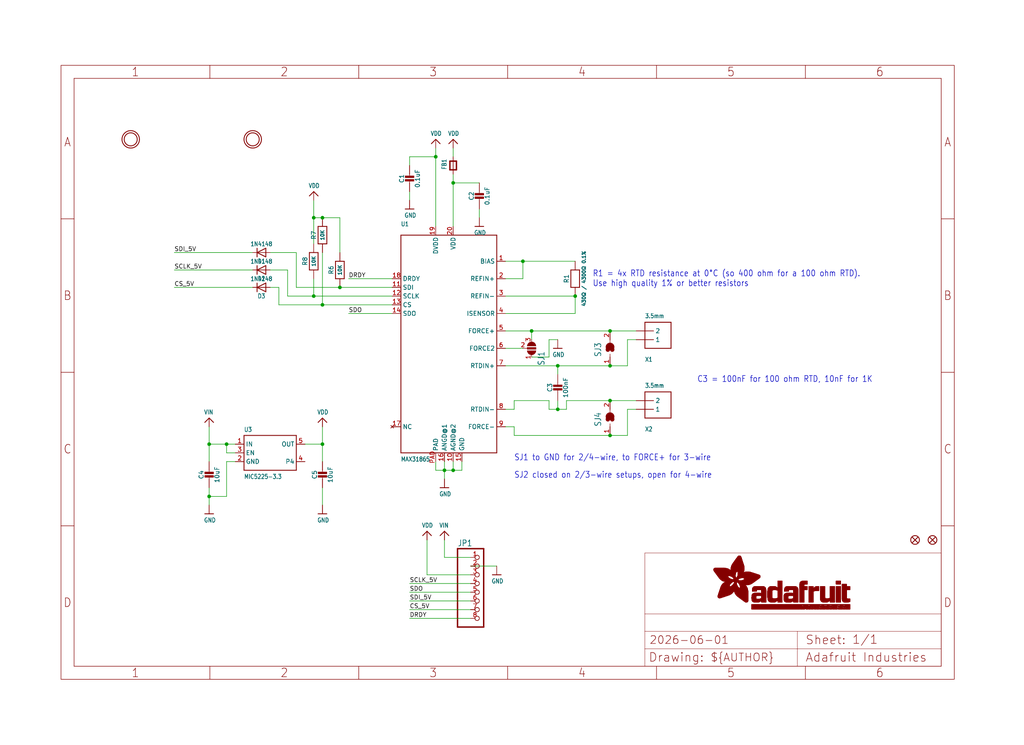
<source format=kicad_sch>
(kicad_sch (version 20230121) (generator eeschema)
  (paper "User" 298.45 217.322)
  (lib_symbols
    (symbol "working-eagle-import:CAP_CERAMIC0805-NOOUTLINE"
      (property "Reference" "C" (at -2.29 1.25 90))
      (symbol "CAP_CERAMIC0805-NOOUTLINE_1_0"
        (pin passive line (at 0 5.08 270) (length 2.54) (name "1") (number "1"))
        (pin passive line (at 0 -2.54 90) (length 2.54) (name "2") (number "2"))
      )
    )
    (symbol "working-eagle-import:DIODESOD-323"
      (property "Reference" "D" (at 0 2.54 0))
      (symbol "DIODESOD-323_1_0"
        (pin passive line (at -2.54 0 0) (length 2.54) (name "A") (number "A"))
        (pin passive line (at 2.54 0 180) (length 2.54) (name "C") (number "C"))
      )
    )
    (symbol "working-eagle-import:FERRITE-0805NO"
      (property "Reference" "FB" (at -1.27 1.905 0))
      (symbol "FERRITE-0805NO_1_0"
        (pin passive line (at -2.54 0 0) (length 2.54) (name "P$1") (number "1"))
        (pin passive line (at 2.54 0 180) (length 2.54) (name "P$2") (number "2"))
      )
    )
    (symbol "working-eagle-import:FIDUCIAL{dblquote}{dblquote}")
    (symbol "working-eagle-import:FRAME_A4_ADAFRUIT"
      (symbol "FRAME_A4_ADAFRUIT_1_0"
        (text "${#}/${##}" (at 230.505 10.16 0) (effects (font (size 2.54 2.54)) (justify left bottom)))
        (text "${AUTHOR}" (at 189.23 5.08 0) (effects (font (size 2.286 2.286)) (justify left bottom)))
        (text "${CURRENT_DATE}" (at 171.45 10.16 0) (effects (font (size 2.286 2.286)) (justify left bottom)))
        (text "${PROJECTNAME}" (at 171.45 15.24 0) (effects (font (size 2.54 2.54)) (justify left bottom)))
        (text "1" (at 21.6958 1.905 0) (effects (font (size 2.54 2.286))))
        (text "1" (at 21.6958 177.165 0) (effects (font (size 2.54 2.286))))
        (text "2" (at 65.0875 1.905 0) (effects (font (size 2.54 2.286))))
        (text "2" (at 65.0875 177.165 0) (effects (font (size 2.54 2.286))))
        (text "3" (at 108.4792 1.905 0) (effects (font (size 2.54 2.286))))
        (text "3" (at 108.4792 177.165 0) (effects (font (size 2.54 2.286))))
        (text "4" (at 151.8708 1.905 0) (effects (font (size 2.54 2.286))))
        (text "4" (at 151.8708 177.165 0) (effects (font (size 2.54 2.286))))
        (text "5" (at 195.2625 1.905 0) (effects (font (size 2.54 2.286))))
        (text "5" (at 195.2625 177.165 0) (effects (font (size 2.54 2.286))))
        (text "6" (at 238.6542 1.905 0) (effects (font (size 2.54 2.286))))
        (text "6" (at 238.6542 177.165 0) (effects (font (size 2.54 2.286))))
        (text "A" (at 1.905 156.6863 0) (effects (font (size 2.54 2.286))))
        (text "A" (at 258.445 156.6863 0) (effects (font (size 2.54 2.286))))
        (text "Adafruit Industries" (at 216.916 4.953 0) (effects (font (size 2.54 2.54)) (justify left bottom)))
        (text "B" (at 1.905 111.9188 0) (effects (font (size 2.54 2.286))))
        (text "B" (at 258.445 111.9188 0) (effects (font (size 2.54 2.286))))
        (text "C" (at 1.905 67.1513 0) (effects (font (size 2.54 2.286))))
        (text "C" (at 258.445 67.1513 0) (effects (font (size 2.54 2.286))))
        (text "D" (at 1.905 22.3838 0) (effects (font (size 2.54 2.286))))
        (text "D" (at 258.445 22.3838 0) (effects (font (size 2.54 2.286))))
        (text "Drawing:" (at 171.196 4.953 0) (effects (font (size 2.54 2.54)) (justify left bottom)))
        (text "Sheet:" (at 216.916 10.033 0) (effects (font (size 2.54 2.54)) (justify left bottom)))
      )
    )
    (symbol "working-eagle-import:GND" (power)
      (property "Value" "GND" (at -1.524 -2.54 0))
      (symbol "GND_1_0"
        (pin power_in line (at 0 2.54 270) (length 2.54) (name "GND") (number "1"))
      )
    )
    (symbol "working-eagle-import:HEADER-1X870MIL"
      (property "Reference" "JP" (at -6.35 13.335 0))
      (symbol "HEADER-1X870MIL_1_0"
        (pin passive inverted (at -2.54 10.16 0) (length 2.54) (name "1") (number "1"))
        (pin passive inverted (at -2.54 7.62 0) (length 2.54) (name "2") (number "2"))
        (pin passive inverted (at -2.54 5.08 0) (length 2.54) (name "3") (number "3"))
        (pin passive inverted (at -2.54 2.54 0) (length 2.54) (name "4") (number "4"))
        (pin passive inverted (at -2.54 0 0) (length 2.54) (name "5") (number "5"))
        (pin passive inverted (at -2.54 -2.54 0) (length 2.54) (name "6") (number "6"))
        (pin passive inverted (at -2.54 -5.08 0) (length 2.54) (name "7") (number "7"))
        (pin passive inverted (at -2.54 -7.62 0) (length 2.54) (name "8") (number "8"))
      )
    )
    (symbol "working-eagle-import:MOUNTINGHOLE2.5")
    (symbol "working-eagle-import:RESISTOR0805_NOOUTLINE"
      (property "Reference" "R" (at 0 2.54 0))
      (symbol "RESISTOR0805_NOOUTLINE_1_0"
        (pin passive line (at -5.08 0 0) (length 2.54) (name "1") (number "1"))
        (pin passive line (at 5.08 0 180) (length 2.54) (name "2") (number "2"))
      )
    )
    (symbol "working-eagle-import:SOLDERJUMPER"
      (property "Reference" "SJ" (at -2.54 2.54 0))
      (symbol "SOLDERJUMPER_1_0"
        (pin passive line (at -5.08 0 0) (length 2.54) (name "1") (number "1"))
        (pin passive line (at 5.08 0 180) (length 2.54) (name "2") (number "2"))
      )
    )
    (symbol "working-eagle-import:SOLDERJUMPER_2WAY"
      (property "Reference" "SJ" (at -5.08 -3.81 0))
      (symbol "SOLDERJUMPER_2WAY_1_0"
        (pin passive line (at -2.54 0 0) (length 0) (name "1") (number "1"))
        (pin passive line (at 0 2.54 270) (length 0) (name "2") (number "2"))
        (pin passive line (at 2.54 0 180) (length 0) (name "3") (number "3"))
      )
    )
    (symbol "working-eagle-import:TEMP_MAX31865"
      (property "Reference" "U" (at -15.24 33.02 0))
      (symbol "TEMP_MAX31865_1_0"
        (pin output line (at 15.24 22.86 180) (length 2.54) (name "BIAS") (number "1"))
        (pin power_in line (at 0 -35.56 90) (length 2.54) (name "AGND@2") (number "10"))
        (pin input line (at -17.78 15.24 0) (length 2.54) (name "SDI") (number "11"))
        (pin input line (at -17.78 12.7 0) (length 2.54) (name "SCLK") (number "12"))
        (pin input line (at -17.78 10.16 0) (length 2.54) (name "CS") (number "13"))
        (pin output line (at -17.78 7.62 0) (length 2.54) (name "SDO") (number "14"))
        (pin power_in line (at 2.54 -35.56 90) (length 2.54) (name "GND") (number "15"))
        (pin power_in line (at -2.54 -35.56 90) (length 2.54) (name "ANGD@1") (number "16"))
        (pin no_connect line (at -17.78 -25.4 0) (length 2.54) (name "NC") (number "17"))
        (pin output line (at -17.78 17.78 0) (length 2.54) (name "DRDY") (number "18"))
        (pin power_in line (at -5.08 33.02 270) (length 2.54) (name "DVDD") (number "19"))
        (pin bidirectional line (at 15.24 17.78 180) (length 2.54) (name "REFIN+") (number "2"))
        (pin power_in line (at 0 33.02 270) (length 2.54) (name "VDD") (number "20"))
        (pin bidirectional line (at 15.24 12.7 180) (length 2.54) (name "REFIN-") (number "3"))
        (pin input line (at 15.24 7.62 180) (length 2.54) (name "ISENSOR") (number "4"))
        (pin output line (at 15.24 2.54 180) (length 2.54) (name "FORCE+") (number "5"))
        (pin bidirectional line (at 15.24 -2.54 180) (length 2.54) (name "FORCE2") (number "6"))
        (pin bidirectional line (at 15.24 -7.62 180) (length 2.54) (name "RTDIN+") (number "7"))
        (pin bidirectional line (at 15.24 -20.32 180) (length 2.54) (name "RTDIN-") (number "8"))
        (pin input line (at 15.24 -25.4 180) (length 2.54) (name "FORCE-") (number "9"))
        (pin power_in line (at -5.08 -35.56 90) (length 2.54) (name "PAD") (number "PAD"))
      )
    )
    (symbol "working-eagle-import:TERMBLOCK_1X2"
      (property "Reference" "X" (at -2.54 7.62 0))
      (symbol "TERMBLOCK_1X2_1_0"
        (pin passive line (at -5.08 2.54 0) (length 5.08) (name "1") (number "1"))
        (pin passive line (at -5.08 0 0) (length 5.08) (name "2") (number "2"))
      )
    )
    (symbol "working-eagle-import:VDD" (power)
      (property "Value" "VDD" (at -1.524 1.016 0))
      (symbol "VDD_1_0"
        (pin power_in line (at 0 -2.54 90) (length 2.54) (name "VDD") (number "1"))
      )
    )
    (symbol "working-eagle-import:VIN" (power)
      (property "Value" "VIN" (at -1.524 1.016 0))
      (symbol "VIN_1_0"
        (pin power_in line (at 0 -2.54 90) (length 2.54) (name "VIN") (number "1"))
      )
    )
    (symbol "working-eagle-import:VREG_SOT23-5"
      (property "Reference" "U" (at -7.62 6.096 0))
      (symbol "VREG_SOT23-5_1_0"
        (pin power_in line (at -10.16 2.54 0) (length 2.54) (name "IN") (number "1"))
        (pin power_in line (at -10.16 -2.54 0) (length 2.54) (name "GND") (number "2"))
        (pin input line (at -10.16 0 0) (length 2.54) (name "EN") (number "3"))
        (pin bidirectional line (at 10.16 -2.54 180) (length 2.54) (name "P4") (number "4"))
        (pin power_in line (at 10.16 2.54 180) (length 2.54) (name "OUT") (number "5"))
      )
    )
  )
  (junction (at 93.98 88.9))
  (junction (at 99.06 83.82))
  (junction (at 132.08 137.16))
  (junction (at 152.4 76.2))
  (junction (at 177.8 127))
  (junction (at 127 45.72))
  (junction (at 129.54 137.16))
  (junction (at 162.56 119.38))
  (junction (at 66.04 129.54))
  (junction (at 177.8 116.84))
  (junction (at 93.98 129.54))
  (junction (at 132.08 53.34))
  (junction (at 93.98 63.5))
  (junction (at 91.44 86.36))
  (junction (at 60.96 144.78))
  (junction (at 154.94 96.52))
  (junction (at 167.64 86.36))
  (junction (at 162.56 106.68))
  (junction (at 177.8 106.68))
  (junction (at 60.96 129.54))
  (junction (at 177.8 96.52))
  (junction (at 91.44 63.5))
  (wire (pts (xy 162.56 119.38) (xy 160.02 119.38)) (stroke (width 0.1524)))
  (wire (pts (xy 182.88 119.38) (xy 185.42 119.38)) (stroke (width 0.1524)))
  (wire (pts (xy 177.8 96.52) (xy 185.42 96.52)) (stroke (width 0.1524)))
  (wire (pts (xy 81.28 88.9) (xy 93.98 88.9)) (stroke (width 0.1524)))
  (wire (pts (xy 119.38 45.72) (xy 127 45.72)) (stroke (width 0.1524)))
  (wire (pts (xy 177.8 106.68) (xy 182.88 106.68)) (stroke (width 0.1524)))
  (wire (pts (xy 99.06 63.5) (xy 99.06 73.66)) (stroke (width 0.1524)))
  (wire (pts (xy 66.04 144.78) (xy 60.96 144.78)) (stroke (width 0.1524)))
  (wire (pts (xy 91.44 86.36) (xy 91.44 81.28)) (stroke (width 0.1524)))
  (wire (pts (xy 137.16 172.72) (xy 119.38 172.72)) (stroke (width 0.1524)))
  (wire (pts (xy 66.04 132.08) (xy 66.04 129.54)) (stroke (width 0.1524)))
  (wire (pts (xy 137.16 167.64) (xy 124.46 167.64)) (stroke (width 0.1524)))
  (wire (pts (xy 147.32 124.46) (xy 149.86 124.46)) (stroke (width 0.1524)))
  (wire (pts (xy 182.88 127) (xy 182.88 119.38)) (stroke (width 0.1524)))
  (wire (pts (xy 154.94 104.14) (xy 160.02 104.14)) (stroke (width 0.1524)))
  (wire (pts (xy 147.32 96.52) (xy 154.94 96.52)) (stroke (width 0.1524)))
  (wire (pts (xy 129.54 137.16) (xy 129.54 139.7)) (stroke (width 0.1524)))
  (wire (pts (xy 93.98 129.54) (xy 93.98 134.62)) (stroke (width 0.1524)))
  (wire (pts (xy 91.44 63.5) (xy 93.98 63.5)) (stroke (width 0.1524)))
  (wire (pts (xy 147.32 76.2) (xy 152.4 76.2)) (stroke (width 0.1524)))
  (wire (pts (xy 137.16 165.1) (xy 144.78 165.1)) (stroke (width 0.1524)))
  (wire (pts (xy 86.36 83.82) (xy 86.36 73.66)) (stroke (width 0.1524)))
  (wire (pts (xy 137.16 177.8) (xy 119.38 177.8)) (stroke (width 0.1524)))
  (wire (pts (xy 147.32 106.68) (xy 162.56 106.68)) (stroke (width 0.1524)))
  (wire (pts (xy 152.4 101.6) (xy 147.32 101.6)) (stroke (width 0.1524)))
  (wire (pts (xy 68.58 129.54) (xy 66.04 129.54)) (stroke (width 0.1524)))
  (wire (pts (xy 114.3 91.44) (xy 101.6 91.44)) (stroke (width 0.1524)))
  (wire (pts (xy 68.58 132.08) (xy 66.04 132.08)) (stroke (width 0.1524)))
  (wire (pts (xy 93.98 63.5) (xy 99.06 63.5)) (stroke (width 0.1524)))
  (wire (pts (xy 137.16 180.34) (xy 119.38 180.34)) (stroke (width 0.1524)))
  (wire (pts (xy 154.94 96.52) (xy 177.8 96.52)) (stroke (width 0.1524)))
  (wire (pts (xy 127 134.62) (xy 127 137.16)) (stroke (width 0.1524)))
  (wire (pts (xy 182.88 106.68) (xy 182.88 99.06)) (stroke (width 0.1524)))
  (wire (pts (xy 60.96 144.78) (xy 60.96 147.32)) (stroke (width 0.1524)))
  (wire (pts (xy 119.38 55.88) (xy 119.38 58.42)) (stroke (width 0.1524)))
  (wire (pts (xy 147.32 81.28) (xy 152.4 81.28)) (stroke (width 0.1524)))
  (wire (pts (xy 177.8 116.84) (xy 185.42 116.84)) (stroke (width 0.1524)))
  (wire (pts (xy 147.32 119.38) (xy 149.86 119.38)) (stroke (width 0.1524)))
  (wire (pts (xy 99.06 83.82) (xy 86.36 83.82)) (stroke (width 0.1524)))
  (wire (pts (xy 60.96 142.24) (xy 60.96 144.78)) (stroke (width 0.1524)))
  (wire (pts (xy 165.1 119.38) (xy 165.1 116.84)) (stroke (width 0.1524)))
  (wire (pts (xy 127 137.16) (xy 129.54 137.16)) (stroke (width 0.1524)))
  (wire (pts (xy 160.02 119.38) (xy 160.02 116.84)) (stroke (width 0.1524)))
  (wire (pts (xy 139.7 60.96) (xy 139.7 63.5)) (stroke (width 0.1524)))
  (wire (pts (xy 132.08 53.34) (xy 132.08 66.04)) (stroke (width 0.1524)))
  (wire (pts (xy 137.16 175.26) (xy 119.38 175.26)) (stroke (width 0.1524)))
  (wire (pts (xy 93.98 88.9) (xy 93.98 73.66)) (stroke (width 0.1524)))
  (wire (pts (xy 78.74 78.74) (xy 83.82 78.74)) (stroke (width 0.1524)))
  (wire (pts (xy 60.96 129.54) (xy 60.96 124.46)) (stroke (width 0.1524)))
  (wire (pts (xy 83.82 86.36) (xy 91.44 86.36)) (stroke (width 0.1524)))
  (wire (pts (xy 147.32 86.36) (xy 167.64 86.36)) (stroke (width 0.1524)))
  (wire (pts (xy 91.44 71.12) (xy 91.44 63.5)) (stroke (width 0.1524)))
  (wire (pts (xy 73.66 78.74) (xy 50.8 78.74)) (stroke (width 0.1524)))
  (wire (pts (xy 86.36 73.66) (xy 78.74 73.66)) (stroke (width 0.1524)))
  (wire (pts (xy 162.56 116.84) (xy 162.56 119.38)) (stroke (width 0.1524)))
  (wire (pts (xy 182.88 99.06) (xy 185.42 99.06)) (stroke (width 0.1524)))
  (wire (pts (xy 177.8 127) (xy 182.88 127)) (stroke (width 0.1524)))
  (wire (pts (xy 160.02 104.14) (xy 160.02 99.06)) (stroke (width 0.1524)))
  (wire (pts (xy 78.74 83.82) (xy 81.28 83.82)) (stroke (width 0.1524)))
  (wire (pts (xy 149.86 127) (xy 177.8 127)) (stroke (width 0.1524)))
  (wire (pts (xy 152.4 81.28) (xy 152.4 76.2)) (stroke (width 0.1524)))
  (wire (pts (xy 162.56 109.22) (xy 162.56 106.68)) (stroke (width 0.1524)))
  (wire (pts (xy 129.54 137.16) (xy 132.08 137.16)) (stroke (width 0.1524)))
  (wire (pts (xy 119.38 48.26) (xy 119.38 45.72)) (stroke (width 0.1524)))
  (wire (pts (xy 132.08 134.62) (xy 132.08 137.16)) (stroke (width 0.1524)))
  (wire (pts (xy 88.9 129.54) (xy 93.98 129.54)) (stroke (width 0.1524)))
  (wire (pts (xy 66.04 134.62) (xy 66.04 144.78)) (stroke (width 0.1524)))
  (wire (pts (xy 167.64 91.44) (xy 167.64 86.36)) (stroke (width 0.1524)))
  (wire (pts (xy 114.3 81.28) (xy 101.6 81.28)) (stroke (width 0.1524)))
  (wire (pts (xy 73.66 83.82) (xy 50.8 83.82)) (stroke (width 0.1524)))
  (wire (pts (xy 60.96 134.62) (xy 60.96 129.54)) (stroke (width 0.1524)))
  (wire (pts (xy 132.08 137.16) (xy 134.62 137.16)) (stroke (width 0.1524)))
  (wire (pts (xy 147.32 91.44) (xy 167.64 91.44)) (stroke (width 0.1524)))
  (wire (pts (xy 114.3 88.9) (xy 93.98 88.9)) (stroke (width 0.1524)))
  (wire (pts (xy 114.3 86.36) (xy 91.44 86.36)) (stroke (width 0.1524)))
  (wire (pts (xy 149.86 124.46) (xy 149.86 127)) (stroke (width 0.1524)))
  (wire (pts (xy 132.08 43.18) (xy 132.08 45.72)) (stroke (width 0.1524)))
  (wire (pts (xy 81.28 83.82) (xy 81.28 88.9)) (stroke (width 0.1524)))
  (wire (pts (xy 134.62 137.16) (xy 134.62 134.62)) (stroke (width 0.1524)))
  (wire (pts (xy 154.94 99.06) (xy 154.94 96.52)) (stroke (width 0.1524)))
  (wire (pts (xy 132.08 53.34) (xy 139.7 53.34)) (stroke (width 0.1524)))
  (wire (pts (xy 66.04 129.54) (xy 60.96 129.54)) (stroke (width 0.1524)))
  (wire (pts (xy 137.16 170.18) (xy 119.38 170.18)) (stroke (width 0.1524)))
  (wire (pts (xy 132.08 53.34) (xy 132.08 50.8)) (stroke (width 0.1524)))
  (wire (pts (xy 165.1 119.38) (xy 162.56 119.38)) (stroke (width 0.1524)))
  (wire (pts (xy 162.56 106.68) (xy 177.8 106.68)) (stroke (width 0.1524)))
  (wire (pts (xy 160.02 116.84) (xy 149.86 116.84)) (stroke (width 0.1524)))
  (wire (pts (xy 73.66 73.66) (xy 50.8 73.66)) (stroke (width 0.1524)))
  (wire (pts (xy 152.4 76.2) (xy 167.64 76.2)) (stroke (width 0.1524)))
  (wire (pts (xy 114.3 83.82) (xy 99.06 83.82)) (stroke (width 0.1524)))
  (wire (pts (xy 177.8 116.84) (xy 165.1 116.84)) (stroke (width 0.1524)))
  (wire (pts (xy 93.98 129.54) (xy 93.98 124.46)) (stroke (width 0.1524)))
  (wire (pts (xy 149.86 119.38) (xy 149.86 116.84)) (stroke (width 0.1524)))
  (wire (pts (xy 83.82 78.74) (xy 83.82 86.36)) (stroke (width 0.1524)))
  (wire (pts (xy 129.54 162.56) (xy 129.54 157.48)) (stroke (width 0.1524)))
  (wire (pts (xy 127 45.72) (xy 127 43.18)) (stroke (width 0.1524)))
  (wire (pts (xy 68.58 134.62) (xy 66.04 134.62)) (stroke (width 0.1524)))
  (wire (pts (xy 127 66.04) (xy 127 45.72)) (stroke (width 0.1524)))
  (wire (pts (xy 124.46 167.64) (xy 124.46 157.48)) (stroke (width 0.1524)))
  (wire (pts (xy 160.02 99.06) (xy 162.56 99.06)) (stroke (width 0.1524)))
  (wire (pts (xy 93.98 142.24) (xy 93.98 147.32)) (stroke (width 0.1524)))
  (wire (pts (xy 129.54 134.62) (xy 129.54 137.16)) (stroke (width 0.1524)))
  (wire (pts (xy 129.54 162.56) (xy 137.16 162.56)) (stroke (width 0.1524)))
  (wire (pts (xy 91.44 58.42) (xy 91.44 63.5)) (stroke (width 0.1524)))
  (text "SJ1 to GND for 2/4-wire, to FORCE+ for 3-wire" (at 149.86 134.62 0) (effects (font (size 1.778 1.5113)) (justify left bottom)))
  (text "R1 = 4x RTD resistance at 0°C (so 400 ohm for a 100 ohm RTD).\nUse high quality 1% or better resistors" (at 172.72 83.82 0) (effects (font (size 1.778 1.5113)) (justify left bottom)))
  (text "SJ2 closed on 2/3-wire setups, open for 4-wire" (at 149.86 139.7 0) (effects (font (size 1.778 1.5113)) (justify left bottom)))
  (text "C3 = 100nF for 100 ohm RTD, 10nF for 1K" (at 203.2 111.76 0) (effects (font (size 1.778 1.5113)) (justify left bottom)))
  (label "DRDY" (at 101.6 81.28 0) (effects (font (size 1.2446 1.2446))))
  (label "CS_5V" (at 50.8 83.82 0) (effects (font (size 1.2446 1.2446))))
  (label "SDI_5V" (at 50.8 73.66 0) (effects (font (size 1.2446 1.2446))))
  (label "SDI_5V" (at 119.38 175.26 0) (effects (font (size 1.2446 1.2446))))
  (label "SDO" (at 101.6 91.44 0) (effects (font (size 1.2446 1.2446))))
  (label "CS_5V" (at 119.38 177.8 0) (effects (font (size 1.2446 1.2446))))
  (label "SCLK_5V" (at 50.8 78.74 0) (effects (font (size 1.2446 1.2446))))
  (label "DRDY" (at 119.38 180.34 0) (effects (font (size 1.2446 1.2446))))
  (label "SDO" (at 119.38 172.72 0) (effects (font (size 1.2446 1.2446))))
  (label "SCLK_5V" (at 119.38 170.18 0) (effects (font (size 1.2446 1.2446))))
  (symbol (lib_id "working-eagle-import:GND") (at 162.56 101.6 0) (unit 1)
    (property "Reference" "#U$6" (effects hide))
    (property "Value" "GND" (at 161.036 104.14 0) (effects (font (size 1.27 1.0795)) (justify left bottom)))
  )
  (symbol (lib_id "working-eagle-import:SOLDERJUMPER") (at 177.8 101.6 90) (unit 1)
    (property "Reference" "SJ3" (at 175.26 104.14 0) (effects (font (size 1.778 1.5113)) (justify left bottom)))
    (property "Value" "SOLDERJUMPER" (effects hide))
    (property "Footprint" "working:SOLDERJUMPER_ARROW_NOPASTE" (effects hide))
  )
  (symbol (lib_id "working-eagle-import:DIODESOD-323") (at 76.2 73.66 180) (unit 1)
    (property "Reference" "D1" (at 76.2 76.2 0) (effects (font (size 1.27 1.0795))))
    (property "Value" "1N4148" (at 76.2 71.16 0) (effects (font (size 1.27 1.0795))))
    (property "Footprint" "working:SOD-323" (effects hide))
  )
  (symbol (lib_id "working-eagle-import:VIN") (at 60.96 121.92 0) (unit 1)
    (property "Reference" "#U$9" (effects hide))
    (property "Value" "VIN" (at 59.436 120.904 0) (effects (font (size 1.27 1.0795)) (justify left bottom)))
  )
  (symbol (lib_id "working-eagle-import:GND") (at 144.78 167.64 0) (unit 1)
    (property "Reference" "#U$15" (effects hide))
    (property "Value" "GND" (at 143.256 170.18 0) (effects (font (size 1.27 1.0795)) (justify left bottom)))
  )
  (symbol (lib_id "working-eagle-import:CAP_CERAMIC0805-NOOUTLINE") (at 162.56 114.3 0) (unit 1)
    (property "Reference" "C3" (at 160.27 113.05 90))
    (property "Value" "100nF" (at 164.86 113.05 90))
    (property "Footprint" "working:0805-NO" (effects hide))
  )
  (symbol (lib_id "working-eagle-import:RESISTOR0805_NOOUTLINE") (at 91.44 76.2 90) (unit 1)
    (property "Reference" "R8" (at 88.9 76.2 0))
    (property "Value" "10K" (at 91.44 76.2 0) (effects (font (size 1.016 1.016) bold)))
    (property "Footprint" "working:0805-NO" (effects hide))
  )
  (symbol (lib_id "working-eagle-import:TERMBLOCK_1X2") (at 190.5 116.84 0) (mirror x) (unit 1)
    (property "Reference" "X2" (at 187.96 124.46 0) (effects (font (size 1.27 1.0795)) (justify left bottom)))
    (property "Value" "3.5mm" (at 187.96 111.76 0) (effects (font (size 1.27 1.0795)) (justify left bottom)))
    (property "Footprint" "working:TERMBLOCK_1X2-3.5MM" (effects hide))
  )
  (symbol (lib_id "working-eagle-import:MOUNTINGHOLE2.5") (at 73.66 40.64 0) (unit 1)
    (property "Reference" "U$19" (effects hide))
    (property "Value" "MOUNTINGHOLE2.5" (effects hide))
    (property "Footprint" "working:MOUNTINGHOLE_2.5_PLATED" (effects hide))
  )
  (symbol (lib_id "working-eagle-import:SOLDERJUMPER_2WAY") (at 154.94 101.6 90) (unit 1)
    (property "Reference" "SJ1" (at 158.75 106.68 0) (effects (font (size 1.778 1.5113)) (justify left bottom)))
    (property "Value" "SOLDERJUMPER_2WAY" (effects hide))
    (property "Footprint" "working:SOLDERJUMPER_2WAY_OPEN_NOPASTE" (effects hide))
  )
  (symbol (lib_id "working-eagle-import:VDD") (at 93.98 121.92 0) (unit 1)
    (property "Reference" "#U$11" (effects hide))
    (property "Value" "VDD" (at 92.456 120.904 0) (effects (font (size 1.27 1.0795)) (justify left bottom)))
  )
  (symbol (lib_id "working-eagle-import:HEADER-1X870MIL") (at 139.7 172.72 0) (unit 1)
    (property "Reference" "JP1" (at 133.35 159.385 0) (effects (font (size 1.778 1.5113)) (justify left bottom)))
    (property "Value" "HEADER-1X870MIL" (effects hide))
    (property "Footprint" "working:1X08_ROUND_70" (effects hide))
  )
  (symbol (lib_id "working-eagle-import:RESISTOR0805_NOOUTLINE") (at 93.98 68.58 90) (unit 1)
    (property "Reference" "R7" (at 91.44 68.58 0))
    (property "Value" "10K" (at 93.98 68.58 0) (effects (font (size 1.016 1.016) bold)))
    (property "Footprint" "working:0805-NO" (effects hide))
  )
  (symbol (lib_id "working-eagle-import:FIDUCIAL{dblquote}{dblquote}") (at 266.7 157.48 0) (unit 1)
    (property "Reference" "FID2" (effects hide))
    (property "Value" "FIDUCIAL{dblquote}{dblquote}" (effects hide))
    (property "Footprint" "working:FIDUCIAL_1MM" (effects hide))
  )
  (symbol (lib_id "working-eagle-import:VDD") (at 124.46 154.94 0) (unit 1)
    (property "Reference" "#U$14" (effects hide))
    (property "Value" "VDD" (at 122.936 153.924 0) (effects (font (size 1.27 1.0795)) (justify left bottom)))
  )
  (symbol (lib_id "working-eagle-import:VDD") (at 127 40.64 0) (unit 1)
    (property "Reference" "#U$4" (effects hide))
    (property "Value" "VDD" (at 125.476 39.624 0) (effects (font (size 1.27 1.0795)) (justify left bottom)))
  )
  (symbol (lib_id "working-eagle-import:FRAME_A4_ADAFRUIT") (at 17.78 198.12 0) (unit 1)
    (property "Reference" "#U$17" (effects hide))
    (property "Value" "FRAME_A4_ADAFRUIT" (effects hide))
  )
  (symbol (lib_id "working-eagle-import:FIDUCIAL{dblquote}{dblquote}") (at 271.78 157.48 0) (unit 1)
    (property "Reference" "FID1" (effects hide))
    (property "Value" "FIDUCIAL{dblquote}{dblquote}" (effects hide))
    (property "Footprint" "working:FIDUCIAL_1MM" (effects hide))
  )
  (symbol (lib_id "working-eagle-import:TERMBLOCK_1X2") (at 190.5 96.52 0) (mirror x) (unit 1)
    (property "Reference" "X1" (at 187.96 104.14 0) (effects (font (size 1.27 1.0795)) (justify left bottom)))
    (property "Value" "3.5mm" (at 187.96 91.44 0) (effects (font (size 1.27 1.0795)) (justify left bottom)))
    (property "Footprint" "working:TERMBLOCK_1X2-3.5MM" (effects hide))
  )
  (symbol (lib_id "working-eagle-import:GND") (at 60.96 149.86 0) (unit 1)
    (property "Reference" "#U$10" (effects hide))
    (property "Value" "GND" (at 59.436 152.4 0) (effects (font (size 1.27 1.0795)) (justify left bottom)))
  )
  (symbol (lib_id "working-eagle-import:DIODESOD-323") (at 76.2 78.74 180) (unit 1)
    (property "Reference" "D2" (at 76.2 81.28 0) (effects (font (size 1.27 1.0795))))
    (property "Value" "1N4148" (at 76.2 76.24 0) (effects (font (size 1.27 1.0795))))
    (property "Footprint" "working:SOD-323" (effects hide))
  )
  (symbol (lib_id "working-eagle-import:CAP_CERAMIC0805-NOOUTLINE") (at 93.98 139.7 0) (unit 1)
    (property "Reference" "C5" (at 91.69 138.45 90))
    (property "Value" "10uF" (at 96.28 138.45 90))
    (property "Footprint" "working:0805-NO" (effects hide))
  )
  (symbol (lib_id "working-eagle-import:CAP_CERAMIC0805-NOOUTLINE") (at 119.38 53.34 0) (unit 1)
    (property "Reference" "C1" (at 117.09 52.09 90))
    (property "Value" "0.1uF" (at 121.68 52.09 90))
    (property "Footprint" "working:0805-NO" (effects hide))
  )
  (symbol (lib_id "working-eagle-import:GND") (at 129.54 142.24 0) (unit 1)
    (property "Reference" "#U$1" (effects hide))
    (property "Value" "GND" (at 128.016 144.78 0) (effects (font (size 1.27 1.0795)) (justify left bottom)))
  )
  (symbol (lib_id "working-eagle-import:GND") (at 139.7 66.04 0) (unit 1)
    (property "Reference" "#U$3" (effects hide))
    (property "Value" "GND" (at 138.176 68.58 0) (effects (font (size 1.27 1.0795)) (justify left bottom)))
  )
  (symbol (lib_id "working-eagle-import:CAP_CERAMIC0805-NOOUTLINE") (at 60.96 139.7 0) (unit 1)
    (property "Reference" "C4" (at 58.67 138.45 90))
    (property "Value" "10uF" (at 63.26 138.45 90))
    (property "Footprint" "working:0805-NO" (effects hide))
  )
  (symbol (lib_id "working-eagle-import:SOLDERJUMPER") (at 177.8 121.92 90) (unit 1)
    (property "Reference" "SJ4" (at 175.26 124.46 0) (effects (font (size 1.778 1.5113)) (justify left bottom)))
    (property "Value" "SOLDERJUMPER" (effects hide))
    (property "Footprint" "working:SOLDERJUMPER_ARROW_NOPASTE" (effects hide))
  )
  (symbol (lib_id "working-eagle-import:CAP_CERAMIC0805-NOOUTLINE") (at 139.7 58.42 0) (unit 1)
    (property "Reference" "C2" (at 137.41 57.17 90))
    (property "Value" "0.1uF" (at 142 57.17 90))
    (property "Footprint" "working:0805-NO" (effects hide))
  )
  (symbol (lib_id "working-eagle-import:VDD") (at 132.08 40.64 0) (unit 1)
    (property "Reference" "#U$5" (effects hide))
    (property "Value" "VDD" (at 130.556 39.624 0) (effects (font (size 1.27 1.0795)) (justify left bottom)))
  )
  (symbol (lib_id "working-eagle-import:FERRITE-0805NO") (at 132.08 48.26 90) (unit 1)
    (property "Reference" "FB1" (at 130.175 49.53 0) (effects (font (size 1.27 1.0795)) (justify left bottom)))
    (property "Value" "FERRITE-0805NO" (effects hide))
    (property "Footprint" "working:0805-NO" (effects hide))
  )
  (symbol (lib_id "working-eagle-import:VREG_SOT23-5") (at 78.74 132.08 0) (unit 1)
    (property "Reference" "U3" (at 71.12 125.984 0) (effects (font (size 1.27 1.0795)) (justify left bottom)))
    (property "Value" "MIC5225-3.3" (at 71.12 139.7 0) (effects (font (size 1.27 1.0795)) (justify left bottom)))
    (property "Footprint" "working:SOT23-5" (effects hide))
  )
  (symbol (lib_id "working-eagle-import:DIODESOD-323") (at 76.2 83.82 180) (unit 1)
    (property "Reference" "D3" (at 76.2 86.36 0) (effects (font (size 1.27 1.0795))))
    (property "Value" "1N4148" (at 76.2 81.32 0) (effects (font (size 1.27 1.0795))))
    (property "Footprint" "working:SOD-323" (effects hide))
  )
  (symbol (lib_id "working-eagle-import:TEMP_MAX31865") (at 132.08 99.06 0) (unit 1)
    (property "Reference" "U1" (at 116.84 66.04 0) (effects (font (size 1.27 1.0795)) (justify left bottom)))
    (property "Value" "MAX31865" (at 116.84 134.62 0) (effects (font (size 1.27 1.0795)) (justify left bottom)))
    (property "Footprint" "working:QFN20_4MM_0.65MM" (effects hide))
  )
  (symbol (lib_id "working-eagle-import:GND") (at 93.98 149.86 0) (unit 1)
    (property "Reference" "#U$12" (effects hide))
    (property "Value" "GND" (at 92.456 152.4 0) (effects (font (size 1.27 1.0795)) (justify left bottom)))
  )
  (symbol (lib_id "working-eagle-import:GND") (at 119.38 60.96 0) (unit 1)
    (property "Reference" "#U$2" (effects hide))
    (property "Value" "GND" (at 117.856 63.5 0) (effects (font (size 1.27 1.0795)) (justify left bottom)))
  )
  (symbol (lib_id "working-eagle-import:RESISTOR0805_NOOUTLINE") (at 99.06 78.74 90) (unit 1)
    (property "Reference" "R6" (at 96.52 78.74 0))
    (property "Value" "10K" (at 99.06 78.74 0) (effects (font (size 1.016 1.016) bold)))
    (property "Footprint" "working:0805-NO" (effects hide))
  )
  (symbol (lib_id "working-eagle-import:MOUNTINGHOLE2.5") (at 38.1 40.64 0) (unit 1)
    (property "Reference" "U$18" (effects hide))
    (property "Value" "MOUNTINGHOLE2.5" (effects hide))
    (property "Footprint" "working:MOUNTINGHOLE_2.5_PLATED" (effects hide))
  )
  (symbol (lib_id "working-eagle-import:VIN") (at 129.54 154.94 0) (unit 1)
    (property "Reference" "#U$13" (effects hide))
    (property "Value" "VIN" (at 128.016 153.924 0) (effects (font (size 1.27 1.0795)) (justify left bottom)))
  )
  (symbol (lib_id "working-eagle-import:RESISTOR0805_NOOUTLINE") (at 167.64 81.28 90) (unit 1)
    (property "Reference" "R1" (at 165.1 81.28 0))
    (property "Value" "430Ω / 4300Ω 0.1%" (at 170.18 81.28 0) (effects (font (size 1.016 1.016) bold)))
    (property "Footprint" "working:0805-NO" (effects hide))
  )
  (symbol (lib_id "working-eagle-import:VDD") (at 91.44 55.88 0) (unit 1)
    (property "Reference" "#U$7" (effects hide))
    (property "Value" "VDD" (at 89.916 54.864 0) (effects (font (size 1.27 1.0795)) (justify left bottom)))
  )
)
</source>
